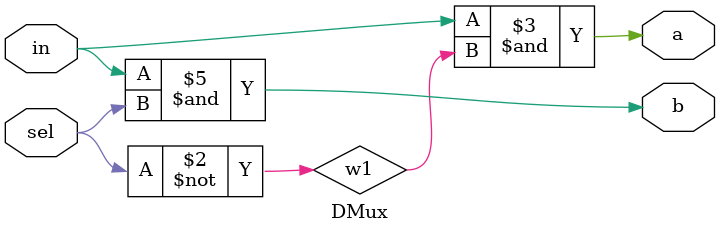
<source format=v>
/**
 * Demultiplexor:
 * {a, b} = {in, 0} if sel == 0
 *          {0, in} if sel == 1
 */

module DMux(
	input in,
	input sel,
    output a,
	output b
);
wire w1,w2,w3;
    
       nand Nand1(w1,sel,sel);
       nand Nand2(w2,in,w1);
       nand Nand3(w3,in,sel);
       nand Nand4(a,w2,w2);
       nand Nand5(b,w3,w3);
       


endmodule

</source>
